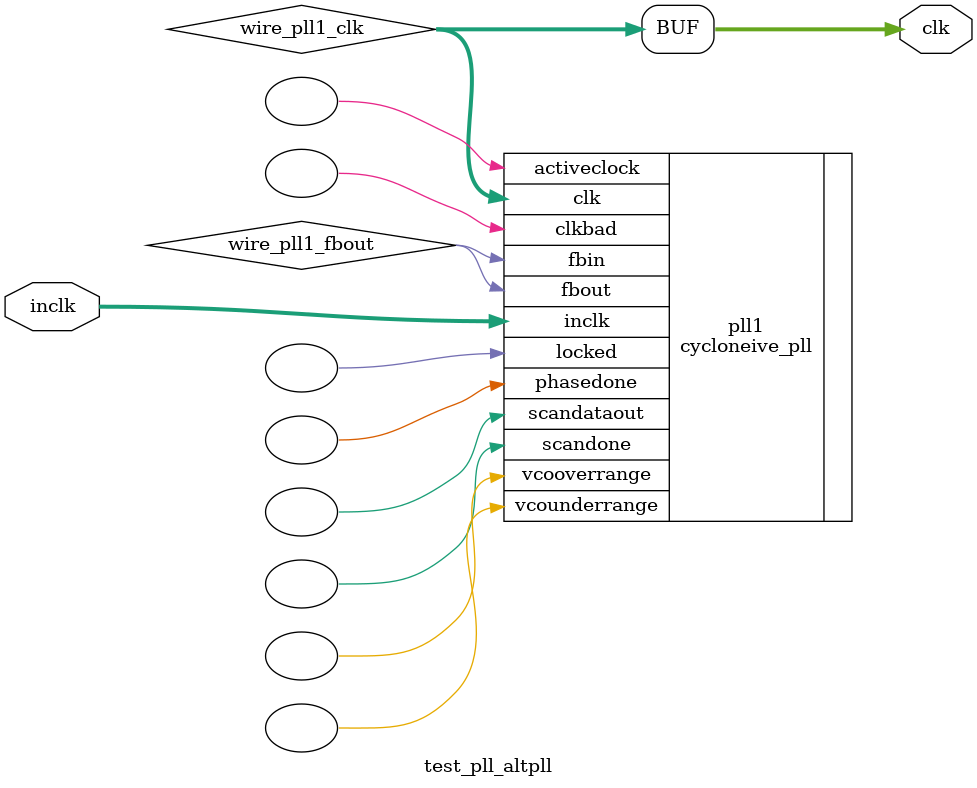
<source format=v>






//synthesis_resources = cycloneive_pll 1 
//synopsys translate_off
`timescale 1 ps / 1 ps
//synopsys translate_on
module  test_pll_altpll
	( 
	clk,
	inclk) /* synthesis synthesis_clearbox=1 */;
	output   [4:0]  clk;
	input   [1:0]  inclk;
`ifndef ALTERA_RESERVED_QIS
// synopsys translate_off
`endif
	tri0   [1:0]  inclk;
`ifndef ALTERA_RESERVED_QIS
// synopsys translate_on
`endif

	wire  [4:0]   wire_pll1_clk;
	wire  wire_pll1_fbout;

	cycloneive_pll   pll1
	( 
	.activeclock(),
	.clk(wire_pll1_clk),
	.clkbad(),
	.fbin(wire_pll1_fbout),
	.fbout(wire_pll1_fbout),
	.inclk(inclk),
	.locked(),
	.phasedone(),
	.scandataout(),
	.scandone(),
	.vcooverrange(),
	.vcounderrange()
	`ifndef FORMAL_VERIFICATION
	// synopsys translate_off
	`endif
	,
	.areset(1'b0),
	.clkswitch(1'b0),
	.configupdate(1'b0),
	.pfdena(1'b1),
	.phasecounterselect({3{1'b0}}),
	.phasestep(1'b0),
	.phaseupdown(1'b0),
	.scanclk(1'b0),
	.scanclkena(1'b1),
	.scandata(1'b0)
	`ifndef FORMAL_VERIFICATION
	// synopsys translate_on
	`endif
	);
	defparam
		pll1.bandwidth_type = "auto",
		pll1.clk0_divide_by = 100,
		pll1.clk0_duty_cycle = 50,
		pll1.clk0_multiply_by = 1,
		pll1.clk0_phase_shift = "0",
		pll1.compensate_clock = "clk0",
		pll1.inclk0_input_frequency = 20000,
		pll1.operation_mode = "normal",
		pll1.pll_type = "auto",
		pll1.lpm_type = "cycloneive_pll";
	assign
		clk = {wire_pll1_clk[4:0]};
endmodule //test_pll_altpll
//VALID FILE

</source>
